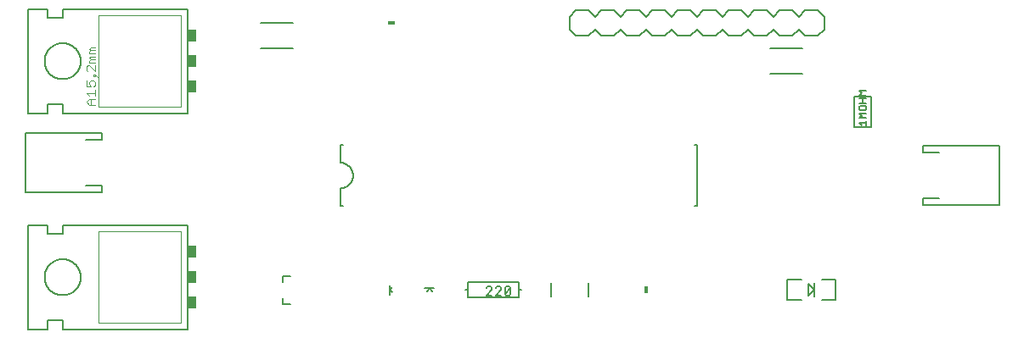
<source format=gto>
G75*
%MOIN*%
%OFA0B0*%
%FSLAX25Y25*%
%IPPOS*%
%LPD*%
%AMOC8*
5,1,8,0,0,1.08239X$1,22.5*
%
%ADD10C,0.00800*%
%ADD11C,0.00600*%
%ADD12C,0.00200*%
%ADD13C,0.00400*%
%ADD14R,0.03500X0.05000*%
%ADD15C,0.00500*%
%ADD16R,0.03000X0.01500*%
%ADD17R,0.01500X0.03000*%
D10*
X0022378Y0059386D02*
X0022378Y0082614D01*
X0052299Y0082614D01*
X0052299Y0080055D01*
X0046000Y0080055D01*
X0046000Y0061945D02*
X0052299Y0061945D01*
X0052299Y0059386D01*
X0022378Y0059386D01*
X0123244Y0026512D02*
X0123244Y0024150D01*
X0123244Y0026512D02*
X0126394Y0026512D01*
X0123244Y0017850D02*
X0123244Y0015488D01*
X0126394Y0015488D01*
X0165331Y0019189D02*
X0165331Y0021000D01*
X0166551Y0021920D01*
X0165331Y0022811D02*
X0165331Y0021000D01*
X0165391Y0020900D02*
X0166551Y0020140D01*
X0179189Y0021669D02*
X0181000Y0021669D01*
X0181920Y0020449D01*
X0182811Y0021669D02*
X0181000Y0021669D01*
X0180900Y0021609D02*
X0180140Y0020449D01*
X0195000Y0021000D02*
X0196000Y0021000D01*
X0196000Y0024000D01*
X0216000Y0024000D01*
X0216000Y0021000D01*
X0217000Y0021000D01*
X0216000Y0021000D02*
X0216000Y0018000D01*
X0196000Y0018000D01*
X0196000Y0021000D01*
X0228603Y0018481D02*
X0228603Y0023599D01*
X0243367Y0023599D02*
X0243367Y0018481D01*
X0285000Y0054000D02*
X0286000Y0054000D01*
X0286000Y0078000D01*
X0285000Y0078000D01*
X0314701Y0105882D02*
X0327299Y0105882D01*
X0327299Y0116118D02*
X0314701Y0116118D01*
X0313500Y0121000D02*
X0308500Y0121000D01*
X0306000Y0123500D01*
X0303500Y0121000D01*
X0298500Y0121000D01*
X0296000Y0123500D01*
X0293500Y0121000D01*
X0288500Y0121000D01*
X0286000Y0123500D01*
X0283500Y0121000D01*
X0278500Y0121000D01*
X0276000Y0123500D01*
X0273500Y0121000D01*
X0268500Y0121000D01*
X0266000Y0123500D01*
X0263500Y0121000D01*
X0258500Y0121000D01*
X0256000Y0123500D01*
X0253500Y0121000D01*
X0248500Y0121000D01*
X0246000Y0123500D01*
X0243500Y0121000D01*
X0238500Y0121000D01*
X0236000Y0123500D01*
X0236000Y0128500D01*
X0238500Y0131000D01*
X0243500Y0131000D01*
X0246000Y0128500D01*
X0248500Y0131000D01*
X0253500Y0131000D01*
X0256000Y0128500D01*
X0258500Y0131000D01*
X0263500Y0131000D01*
X0266000Y0128500D01*
X0268500Y0131000D01*
X0273500Y0131000D01*
X0276000Y0128500D01*
X0278500Y0131000D01*
X0283500Y0131000D01*
X0286000Y0128500D01*
X0288500Y0131000D01*
X0293500Y0131000D01*
X0296000Y0128500D01*
X0298500Y0131000D01*
X0303500Y0131000D01*
X0306000Y0128500D01*
X0308500Y0131000D01*
X0313500Y0131000D01*
X0316000Y0128500D01*
X0318500Y0131000D01*
X0323500Y0131000D01*
X0326000Y0128500D01*
X0328500Y0131000D01*
X0333500Y0131000D01*
X0336000Y0128500D01*
X0336000Y0123500D01*
X0333500Y0121000D01*
X0328500Y0121000D01*
X0326000Y0123500D01*
X0323500Y0121000D01*
X0318500Y0121000D01*
X0316000Y0123500D01*
X0313500Y0121000D01*
X0347654Y0097102D02*
X0347654Y0084898D01*
X0354346Y0084898D01*
X0354346Y0097102D01*
X0347654Y0097102D01*
X0374701Y0077614D02*
X0374701Y0075055D01*
X0381000Y0075055D01*
X0374701Y0077614D02*
X0404622Y0077614D01*
X0404622Y0054386D01*
X0374701Y0054386D01*
X0374701Y0056945D01*
X0381000Y0056945D01*
X0340449Y0024937D02*
X0334937Y0024937D01*
X0332181Y0023756D02*
X0332181Y0021000D01*
X0329819Y0018638D01*
X0329819Y0023362D01*
X0332181Y0021000D01*
X0332181Y0018244D01*
X0334937Y0017063D02*
X0340449Y0017063D01*
X0340449Y0024937D01*
X0327063Y0024937D02*
X0321551Y0024937D01*
X0321551Y0017063D01*
X0327063Y0017063D01*
X0147000Y0054000D02*
X0146000Y0054000D01*
X0146000Y0061000D01*
X0146140Y0061002D01*
X0146280Y0061008D01*
X0146420Y0061018D01*
X0146560Y0061031D01*
X0146699Y0061049D01*
X0146838Y0061071D01*
X0146975Y0061096D01*
X0147113Y0061125D01*
X0147249Y0061158D01*
X0147384Y0061195D01*
X0147518Y0061236D01*
X0147651Y0061281D01*
X0147783Y0061329D01*
X0147913Y0061381D01*
X0148042Y0061436D01*
X0148169Y0061495D01*
X0148295Y0061558D01*
X0148419Y0061624D01*
X0148540Y0061693D01*
X0148660Y0061766D01*
X0148778Y0061843D01*
X0148893Y0061922D01*
X0149007Y0062005D01*
X0149117Y0062091D01*
X0149226Y0062180D01*
X0149332Y0062272D01*
X0149435Y0062367D01*
X0149536Y0062464D01*
X0149633Y0062565D01*
X0149728Y0062668D01*
X0149820Y0062774D01*
X0149909Y0062883D01*
X0149995Y0062993D01*
X0150078Y0063107D01*
X0150157Y0063222D01*
X0150234Y0063340D01*
X0150307Y0063460D01*
X0150376Y0063581D01*
X0150442Y0063705D01*
X0150505Y0063831D01*
X0150564Y0063958D01*
X0150619Y0064087D01*
X0150671Y0064217D01*
X0150719Y0064349D01*
X0150764Y0064482D01*
X0150805Y0064616D01*
X0150842Y0064751D01*
X0150875Y0064887D01*
X0150904Y0065025D01*
X0150929Y0065162D01*
X0150951Y0065301D01*
X0150969Y0065440D01*
X0150982Y0065580D01*
X0150992Y0065720D01*
X0150998Y0065860D01*
X0151000Y0066000D01*
X0150998Y0066140D01*
X0150992Y0066280D01*
X0150982Y0066420D01*
X0150969Y0066560D01*
X0150951Y0066699D01*
X0150929Y0066838D01*
X0150904Y0066975D01*
X0150875Y0067113D01*
X0150842Y0067249D01*
X0150805Y0067384D01*
X0150764Y0067518D01*
X0150719Y0067651D01*
X0150671Y0067783D01*
X0150619Y0067913D01*
X0150564Y0068042D01*
X0150505Y0068169D01*
X0150442Y0068295D01*
X0150376Y0068419D01*
X0150307Y0068540D01*
X0150234Y0068660D01*
X0150157Y0068778D01*
X0150078Y0068893D01*
X0149995Y0069007D01*
X0149909Y0069117D01*
X0149820Y0069226D01*
X0149728Y0069332D01*
X0149633Y0069435D01*
X0149536Y0069536D01*
X0149435Y0069633D01*
X0149332Y0069728D01*
X0149226Y0069820D01*
X0149117Y0069909D01*
X0149007Y0069995D01*
X0148893Y0070078D01*
X0148778Y0070157D01*
X0148660Y0070234D01*
X0148540Y0070307D01*
X0148419Y0070376D01*
X0148295Y0070442D01*
X0148169Y0070505D01*
X0148042Y0070564D01*
X0147913Y0070619D01*
X0147783Y0070671D01*
X0147651Y0070719D01*
X0147518Y0070764D01*
X0147384Y0070805D01*
X0147249Y0070842D01*
X0147113Y0070875D01*
X0146975Y0070904D01*
X0146838Y0070929D01*
X0146699Y0070951D01*
X0146560Y0070969D01*
X0146420Y0070982D01*
X0146280Y0070992D01*
X0146140Y0070998D01*
X0146000Y0071000D01*
X0146000Y0078000D01*
X0147000Y0078000D01*
X0127299Y0115882D02*
X0114701Y0115882D01*
X0114701Y0126118D02*
X0127299Y0126118D01*
D11*
X0031000Y0005500D02*
X0023500Y0005500D01*
X0023500Y0046500D01*
X0031000Y0046500D01*
X0031000Y0043000D01*
X0037000Y0043000D01*
X0037000Y0046500D01*
X0086000Y0046500D01*
X0086000Y0005500D01*
X0037000Y0005500D01*
X0037000Y0009000D01*
X0031000Y0009000D01*
X0031000Y0005500D01*
X0029900Y0026000D02*
X0029902Y0026174D01*
X0029909Y0026348D01*
X0029919Y0026522D01*
X0029934Y0026696D01*
X0029953Y0026869D01*
X0029977Y0027042D01*
X0030005Y0027214D01*
X0030036Y0027385D01*
X0030073Y0027556D01*
X0030113Y0027725D01*
X0030157Y0027894D01*
X0030206Y0028061D01*
X0030258Y0028227D01*
X0030315Y0028392D01*
X0030376Y0028555D01*
X0030440Y0028717D01*
X0030509Y0028877D01*
X0030582Y0029036D01*
X0030658Y0029192D01*
X0030738Y0029347D01*
X0030822Y0029500D01*
X0030910Y0029650D01*
X0031002Y0029798D01*
X0031097Y0029945D01*
X0031195Y0030088D01*
X0031297Y0030229D01*
X0031403Y0030368D01*
X0031512Y0030504D01*
X0031624Y0030638D01*
X0031739Y0030768D01*
X0031858Y0030896D01*
X0031980Y0031020D01*
X0032104Y0031142D01*
X0032232Y0031261D01*
X0032362Y0031376D01*
X0032496Y0031488D01*
X0032632Y0031597D01*
X0032771Y0031703D01*
X0032912Y0031805D01*
X0033055Y0031903D01*
X0033202Y0031998D01*
X0033350Y0032090D01*
X0033500Y0032178D01*
X0033653Y0032262D01*
X0033808Y0032342D01*
X0033964Y0032418D01*
X0034123Y0032491D01*
X0034283Y0032560D01*
X0034445Y0032624D01*
X0034608Y0032685D01*
X0034773Y0032742D01*
X0034939Y0032794D01*
X0035106Y0032843D01*
X0035275Y0032887D01*
X0035444Y0032927D01*
X0035615Y0032964D01*
X0035786Y0032995D01*
X0035958Y0033023D01*
X0036131Y0033047D01*
X0036304Y0033066D01*
X0036478Y0033081D01*
X0036652Y0033091D01*
X0036826Y0033098D01*
X0037000Y0033100D01*
X0037174Y0033098D01*
X0037348Y0033091D01*
X0037522Y0033081D01*
X0037696Y0033066D01*
X0037869Y0033047D01*
X0038042Y0033023D01*
X0038214Y0032995D01*
X0038385Y0032964D01*
X0038556Y0032927D01*
X0038725Y0032887D01*
X0038894Y0032843D01*
X0039061Y0032794D01*
X0039227Y0032742D01*
X0039392Y0032685D01*
X0039555Y0032624D01*
X0039717Y0032560D01*
X0039877Y0032491D01*
X0040036Y0032418D01*
X0040192Y0032342D01*
X0040347Y0032262D01*
X0040500Y0032178D01*
X0040650Y0032090D01*
X0040798Y0031998D01*
X0040945Y0031903D01*
X0041088Y0031805D01*
X0041229Y0031703D01*
X0041368Y0031597D01*
X0041504Y0031488D01*
X0041638Y0031376D01*
X0041768Y0031261D01*
X0041896Y0031142D01*
X0042020Y0031020D01*
X0042142Y0030896D01*
X0042261Y0030768D01*
X0042376Y0030638D01*
X0042488Y0030504D01*
X0042597Y0030368D01*
X0042703Y0030229D01*
X0042805Y0030088D01*
X0042903Y0029945D01*
X0042998Y0029798D01*
X0043090Y0029650D01*
X0043178Y0029500D01*
X0043262Y0029347D01*
X0043342Y0029192D01*
X0043418Y0029036D01*
X0043491Y0028877D01*
X0043560Y0028717D01*
X0043624Y0028555D01*
X0043685Y0028392D01*
X0043742Y0028227D01*
X0043794Y0028061D01*
X0043843Y0027894D01*
X0043887Y0027725D01*
X0043927Y0027556D01*
X0043964Y0027385D01*
X0043995Y0027214D01*
X0044023Y0027042D01*
X0044047Y0026869D01*
X0044066Y0026696D01*
X0044081Y0026522D01*
X0044091Y0026348D01*
X0044098Y0026174D01*
X0044100Y0026000D01*
X0044098Y0025826D01*
X0044091Y0025652D01*
X0044081Y0025478D01*
X0044066Y0025304D01*
X0044047Y0025131D01*
X0044023Y0024958D01*
X0043995Y0024786D01*
X0043964Y0024615D01*
X0043927Y0024444D01*
X0043887Y0024275D01*
X0043843Y0024106D01*
X0043794Y0023939D01*
X0043742Y0023773D01*
X0043685Y0023608D01*
X0043624Y0023445D01*
X0043560Y0023283D01*
X0043491Y0023123D01*
X0043418Y0022964D01*
X0043342Y0022808D01*
X0043262Y0022653D01*
X0043178Y0022500D01*
X0043090Y0022350D01*
X0042998Y0022202D01*
X0042903Y0022055D01*
X0042805Y0021912D01*
X0042703Y0021771D01*
X0042597Y0021632D01*
X0042488Y0021496D01*
X0042376Y0021362D01*
X0042261Y0021232D01*
X0042142Y0021104D01*
X0042020Y0020980D01*
X0041896Y0020858D01*
X0041768Y0020739D01*
X0041638Y0020624D01*
X0041504Y0020512D01*
X0041368Y0020403D01*
X0041229Y0020297D01*
X0041088Y0020195D01*
X0040945Y0020097D01*
X0040798Y0020002D01*
X0040650Y0019910D01*
X0040500Y0019822D01*
X0040347Y0019738D01*
X0040192Y0019658D01*
X0040036Y0019582D01*
X0039877Y0019509D01*
X0039717Y0019440D01*
X0039555Y0019376D01*
X0039392Y0019315D01*
X0039227Y0019258D01*
X0039061Y0019206D01*
X0038894Y0019157D01*
X0038725Y0019113D01*
X0038556Y0019073D01*
X0038385Y0019036D01*
X0038214Y0019005D01*
X0038042Y0018977D01*
X0037869Y0018953D01*
X0037696Y0018934D01*
X0037522Y0018919D01*
X0037348Y0018909D01*
X0037174Y0018902D01*
X0037000Y0018900D01*
X0036826Y0018902D01*
X0036652Y0018909D01*
X0036478Y0018919D01*
X0036304Y0018934D01*
X0036131Y0018953D01*
X0035958Y0018977D01*
X0035786Y0019005D01*
X0035615Y0019036D01*
X0035444Y0019073D01*
X0035275Y0019113D01*
X0035106Y0019157D01*
X0034939Y0019206D01*
X0034773Y0019258D01*
X0034608Y0019315D01*
X0034445Y0019376D01*
X0034283Y0019440D01*
X0034123Y0019509D01*
X0033964Y0019582D01*
X0033808Y0019658D01*
X0033653Y0019738D01*
X0033500Y0019822D01*
X0033350Y0019910D01*
X0033202Y0020002D01*
X0033055Y0020097D01*
X0032912Y0020195D01*
X0032771Y0020297D01*
X0032632Y0020403D01*
X0032496Y0020512D01*
X0032362Y0020624D01*
X0032232Y0020739D01*
X0032104Y0020858D01*
X0031980Y0020980D01*
X0031858Y0021104D01*
X0031739Y0021232D01*
X0031624Y0021362D01*
X0031512Y0021496D01*
X0031403Y0021632D01*
X0031297Y0021771D01*
X0031195Y0021912D01*
X0031097Y0022055D01*
X0031002Y0022202D01*
X0030910Y0022350D01*
X0030822Y0022500D01*
X0030738Y0022653D01*
X0030658Y0022808D01*
X0030582Y0022964D01*
X0030509Y0023123D01*
X0030440Y0023283D01*
X0030376Y0023445D01*
X0030315Y0023608D01*
X0030258Y0023773D01*
X0030206Y0023939D01*
X0030157Y0024106D01*
X0030113Y0024275D01*
X0030073Y0024444D01*
X0030036Y0024615D01*
X0030005Y0024786D01*
X0029977Y0024958D01*
X0029953Y0025131D01*
X0029934Y0025304D01*
X0029919Y0025478D01*
X0029909Y0025652D01*
X0029902Y0025826D01*
X0029900Y0026000D01*
X0031000Y0090500D02*
X0023500Y0090500D01*
X0023500Y0131500D01*
X0031000Y0131500D01*
X0031000Y0128000D01*
X0037000Y0128000D01*
X0037000Y0131500D01*
X0086000Y0131500D01*
X0086000Y0090500D01*
X0037000Y0090500D01*
X0037000Y0094000D01*
X0031000Y0094000D01*
X0031000Y0090500D01*
X0029900Y0111000D02*
X0029902Y0111174D01*
X0029909Y0111348D01*
X0029919Y0111522D01*
X0029934Y0111696D01*
X0029953Y0111869D01*
X0029977Y0112042D01*
X0030005Y0112214D01*
X0030036Y0112385D01*
X0030073Y0112556D01*
X0030113Y0112725D01*
X0030157Y0112894D01*
X0030206Y0113061D01*
X0030258Y0113227D01*
X0030315Y0113392D01*
X0030376Y0113555D01*
X0030440Y0113717D01*
X0030509Y0113877D01*
X0030582Y0114036D01*
X0030658Y0114192D01*
X0030738Y0114347D01*
X0030822Y0114500D01*
X0030910Y0114650D01*
X0031002Y0114798D01*
X0031097Y0114945D01*
X0031195Y0115088D01*
X0031297Y0115229D01*
X0031403Y0115368D01*
X0031512Y0115504D01*
X0031624Y0115638D01*
X0031739Y0115768D01*
X0031858Y0115896D01*
X0031980Y0116020D01*
X0032104Y0116142D01*
X0032232Y0116261D01*
X0032362Y0116376D01*
X0032496Y0116488D01*
X0032632Y0116597D01*
X0032771Y0116703D01*
X0032912Y0116805D01*
X0033055Y0116903D01*
X0033202Y0116998D01*
X0033350Y0117090D01*
X0033500Y0117178D01*
X0033653Y0117262D01*
X0033808Y0117342D01*
X0033964Y0117418D01*
X0034123Y0117491D01*
X0034283Y0117560D01*
X0034445Y0117624D01*
X0034608Y0117685D01*
X0034773Y0117742D01*
X0034939Y0117794D01*
X0035106Y0117843D01*
X0035275Y0117887D01*
X0035444Y0117927D01*
X0035615Y0117964D01*
X0035786Y0117995D01*
X0035958Y0118023D01*
X0036131Y0118047D01*
X0036304Y0118066D01*
X0036478Y0118081D01*
X0036652Y0118091D01*
X0036826Y0118098D01*
X0037000Y0118100D01*
X0037174Y0118098D01*
X0037348Y0118091D01*
X0037522Y0118081D01*
X0037696Y0118066D01*
X0037869Y0118047D01*
X0038042Y0118023D01*
X0038214Y0117995D01*
X0038385Y0117964D01*
X0038556Y0117927D01*
X0038725Y0117887D01*
X0038894Y0117843D01*
X0039061Y0117794D01*
X0039227Y0117742D01*
X0039392Y0117685D01*
X0039555Y0117624D01*
X0039717Y0117560D01*
X0039877Y0117491D01*
X0040036Y0117418D01*
X0040192Y0117342D01*
X0040347Y0117262D01*
X0040500Y0117178D01*
X0040650Y0117090D01*
X0040798Y0116998D01*
X0040945Y0116903D01*
X0041088Y0116805D01*
X0041229Y0116703D01*
X0041368Y0116597D01*
X0041504Y0116488D01*
X0041638Y0116376D01*
X0041768Y0116261D01*
X0041896Y0116142D01*
X0042020Y0116020D01*
X0042142Y0115896D01*
X0042261Y0115768D01*
X0042376Y0115638D01*
X0042488Y0115504D01*
X0042597Y0115368D01*
X0042703Y0115229D01*
X0042805Y0115088D01*
X0042903Y0114945D01*
X0042998Y0114798D01*
X0043090Y0114650D01*
X0043178Y0114500D01*
X0043262Y0114347D01*
X0043342Y0114192D01*
X0043418Y0114036D01*
X0043491Y0113877D01*
X0043560Y0113717D01*
X0043624Y0113555D01*
X0043685Y0113392D01*
X0043742Y0113227D01*
X0043794Y0113061D01*
X0043843Y0112894D01*
X0043887Y0112725D01*
X0043927Y0112556D01*
X0043964Y0112385D01*
X0043995Y0112214D01*
X0044023Y0112042D01*
X0044047Y0111869D01*
X0044066Y0111696D01*
X0044081Y0111522D01*
X0044091Y0111348D01*
X0044098Y0111174D01*
X0044100Y0111000D01*
X0044098Y0110826D01*
X0044091Y0110652D01*
X0044081Y0110478D01*
X0044066Y0110304D01*
X0044047Y0110131D01*
X0044023Y0109958D01*
X0043995Y0109786D01*
X0043964Y0109615D01*
X0043927Y0109444D01*
X0043887Y0109275D01*
X0043843Y0109106D01*
X0043794Y0108939D01*
X0043742Y0108773D01*
X0043685Y0108608D01*
X0043624Y0108445D01*
X0043560Y0108283D01*
X0043491Y0108123D01*
X0043418Y0107964D01*
X0043342Y0107808D01*
X0043262Y0107653D01*
X0043178Y0107500D01*
X0043090Y0107350D01*
X0042998Y0107202D01*
X0042903Y0107055D01*
X0042805Y0106912D01*
X0042703Y0106771D01*
X0042597Y0106632D01*
X0042488Y0106496D01*
X0042376Y0106362D01*
X0042261Y0106232D01*
X0042142Y0106104D01*
X0042020Y0105980D01*
X0041896Y0105858D01*
X0041768Y0105739D01*
X0041638Y0105624D01*
X0041504Y0105512D01*
X0041368Y0105403D01*
X0041229Y0105297D01*
X0041088Y0105195D01*
X0040945Y0105097D01*
X0040798Y0105002D01*
X0040650Y0104910D01*
X0040500Y0104822D01*
X0040347Y0104738D01*
X0040192Y0104658D01*
X0040036Y0104582D01*
X0039877Y0104509D01*
X0039717Y0104440D01*
X0039555Y0104376D01*
X0039392Y0104315D01*
X0039227Y0104258D01*
X0039061Y0104206D01*
X0038894Y0104157D01*
X0038725Y0104113D01*
X0038556Y0104073D01*
X0038385Y0104036D01*
X0038214Y0104005D01*
X0038042Y0103977D01*
X0037869Y0103953D01*
X0037696Y0103934D01*
X0037522Y0103919D01*
X0037348Y0103909D01*
X0037174Y0103902D01*
X0037000Y0103900D01*
X0036826Y0103902D01*
X0036652Y0103909D01*
X0036478Y0103919D01*
X0036304Y0103934D01*
X0036131Y0103953D01*
X0035958Y0103977D01*
X0035786Y0104005D01*
X0035615Y0104036D01*
X0035444Y0104073D01*
X0035275Y0104113D01*
X0035106Y0104157D01*
X0034939Y0104206D01*
X0034773Y0104258D01*
X0034608Y0104315D01*
X0034445Y0104376D01*
X0034283Y0104440D01*
X0034123Y0104509D01*
X0033964Y0104582D01*
X0033808Y0104658D01*
X0033653Y0104738D01*
X0033500Y0104822D01*
X0033350Y0104910D01*
X0033202Y0105002D01*
X0033055Y0105097D01*
X0032912Y0105195D01*
X0032771Y0105297D01*
X0032632Y0105403D01*
X0032496Y0105512D01*
X0032362Y0105624D01*
X0032232Y0105739D01*
X0032104Y0105858D01*
X0031980Y0105980D01*
X0031858Y0106104D01*
X0031739Y0106232D01*
X0031624Y0106362D01*
X0031512Y0106496D01*
X0031403Y0106632D01*
X0031297Y0106771D01*
X0031195Y0106912D01*
X0031097Y0107055D01*
X0031002Y0107202D01*
X0030910Y0107350D01*
X0030822Y0107500D01*
X0030738Y0107653D01*
X0030658Y0107808D01*
X0030582Y0107964D01*
X0030509Y0108123D01*
X0030440Y0108283D01*
X0030376Y0108445D01*
X0030315Y0108608D01*
X0030258Y0108773D01*
X0030206Y0108939D01*
X0030157Y0109106D01*
X0030113Y0109275D01*
X0030073Y0109444D01*
X0030036Y0109615D01*
X0030005Y0109786D01*
X0029977Y0109958D01*
X0029953Y0110131D01*
X0029934Y0110304D01*
X0029919Y0110478D01*
X0029909Y0110652D01*
X0029902Y0110826D01*
X0029900Y0111000D01*
X0203251Y0021636D02*
X0203818Y0022203D01*
X0204952Y0022203D01*
X0205519Y0021636D01*
X0205519Y0021069D01*
X0203251Y0018800D01*
X0205519Y0018800D01*
X0206934Y0018800D02*
X0209202Y0021069D01*
X0209202Y0021636D01*
X0208635Y0022203D01*
X0207501Y0022203D01*
X0206934Y0021636D01*
X0210617Y0021636D02*
X0211184Y0022203D01*
X0212318Y0022203D01*
X0212885Y0021636D01*
X0210617Y0019367D01*
X0211184Y0018800D01*
X0212318Y0018800D01*
X0212885Y0019367D01*
X0212885Y0021636D01*
X0210617Y0021636D02*
X0210617Y0019367D01*
X0209202Y0018800D02*
X0206934Y0018800D01*
D12*
X0083500Y0008000D02*
X0051000Y0008000D01*
X0051000Y0044000D01*
X0083500Y0044000D01*
X0083500Y0008000D01*
X0083500Y0093000D02*
X0051000Y0093000D01*
X0051000Y0129000D01*
X0083500Y0129000D01*
X0083500Y0093000D01*
D13*
X0049800Y0093700D02*
X0047465Y0093700D01*
X0046297Y0094868D01*
X0047465Y0096035D01*
X0049800Y0096035D01*
X0049800Y0097291D02*
X0049800Y0099626D01*
X0049800Y0098459D02*
X0046297Y0098459D01*
X0047465Y0097291D01*
X0048049Y0096035D02*
X0048049Y0093700D01*
X0048049Y0100882D02*
X0047465Y0102050D01*
X0047465Y0102634D01*
X0048049Y0103217D01*
X0049216Y0103217D01*
X0049800Y0102634D01*
X0049800Y0101466D01*
X0049216Y0100882D01*
X0048049Y0100882D02*
X0046297Y0100882D01*
X0046297Y0103217D01*
X0049216Y0105057D02*
X0049800Y0105057D01*
X0049800Y0105641D01*
X0049216Y0105641D01*
X0049216Y0105057D01*
X0049800Y0105641D02*
X0050968Y0104473D01*
X0049800Y0106867D02*
X0047465Y0109203D01*
X0046881Y0109203D01*
X0046297Y0108619D01*
X0046297Y0107451D01*
X0046881Y0106867D01*
X0049800Y0106867D02*
X0049800Y0109203D01*
X0049800Y0110458D02*
X0047465Y0110458D01*
X0047465Y0111042D01*
X0048049Y0111626D01*
X0047465Y0112210D01*
X0048049Y0112794D01*
X0049800Y0112794D01*
X0049800Y0111626D02*
X0048049Y0111626D01*
X0047465Y0114049D02*
X0047465Y0114633D01*
X0048049Y0115217D01*
X0047465Y0115801D01*
X0048049Y0116385D01*
X0049800Y0116385D01*
X0049800Y0115217D02*
X0048049Y0115217D01*
X0047465Y0114049D02*
X0049800Y0114049D01*
D14*
X0087750Y0111000D03*
X0087750Y0101000D03*
X0087750Y0121000D03*
X0087750Y0036000D03*
X0087750Y0026000D03*
X0087750Y0016000D03*
D15*
X0349735Y0086548D02*
X0350636Y0085648D01*
X0349735Y0086548D02*
X0352437Y0086548D01*
X0352437Y0085648D02*
X0352437Y0087449D01*
X0352437Y0088594D02*
X0349735Y0088594D01*
X0350636Y0089495D01*
X0349735Y0090396D01*
X0352437Y0090396D01*
X0351987Y0091541D02*
X0352437Y0091991D01*
X0352437Y0092892D01*
X0351987Y0093342D01*
X0350185Y0093342D01*
X0349735Y0092892D01*
X0349735Y0091991D01*
X0350185Y0091541D01*
X0351987Y0091541D01*
X0352437Y0094487D02*
X0349735Y0094487D01*
X0351086Y0094487D02*
X0351086Y0096289D01*
X0349735Y0096289D02*
X0352437Y0096289D01*
X0352437Y0097434D02*
X0349735Y0097434D01*
X0350636Y0098334D01*
X0349735Y0099235D01*
X0352437Y0099235D01*
D16*
X0166000Y0126000D03*
D17*
X0266000Y0021000D03*
M02*

</source>
